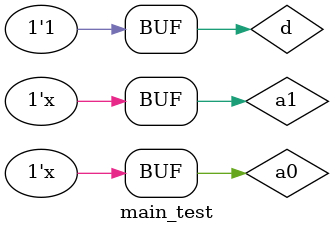
<source format=v>
`timescale 1ns / 1ps


module main_test;

reg a0, a1, d;
wire f0, f1, f2, f3;

initial begin
    a0 = 1;
    a1 = 0;
    d = 1;
end
   
always
    #10 a0 = ~a0;
    
always
    #5 a1 = ~a1;


main mux (
    .d(d),
    .a0(a0),
    .a1(a1),
    .f0 (f0),
    .f1 (f1),
    .f2 (f2),
    .f3 (f3)
);

endmodule

</source>
